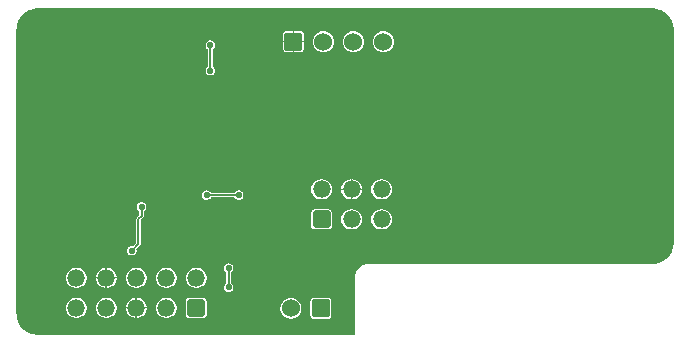
<source format=gbr>
%TF.GenerationSoftware,Altium Limited,Altium Designer,20.1.8 (145)*%
G04 Layer_Physical_Order=4*
G04 Layer_Color=16728128*
%FSLAX45Y45*%
%MOMM*%
%TF.SameCoordinates,F0989897-1A12-473C-90C7-768902EF80F2*%
%TF.FilePolarity,Positive*%
%TF.FileFunction,Copper,L4,Bot,Signal*%
%TF.Part,Single*%
G01*
G75*
%TA.AperFunction,Conductor*%
%ADD26C,0.12700*%
%ADD28C,0.20320*%
%TA.AperFunction,ComponentPad*%
%ADD31C,1.50000*%
G04:AMPARAMS|DCode=32|XSize=1.5mm|YSize=1.45mm|CornerRadius=0.18125mm|HoleSize=0mm|Usage=FLASHONLY|Rotation=180.000|XOffset=0mm|YOffset=0mm|HoleType=Round|Shape=RoundedRectangle|*
%AMROUNDEDRECTD32*
21,1,1.50000,1.08750,0,0,180.0*
21,1,1.13750,1.45000,0,0,180.0*
1,1,0.36250,-0.56875,0.54375*
1,1,0.36250,0.56875,0.54375*
1,1,0.36250,0.56875,-0.54375*
1,1,0.36250,-0.56875,-0.54375*
%
%ADD32ROUNDEDRECTD32*%
%ADD33O,1.50000X1.45000*%
%TA.AperFunction,ViaPad*%
%ADD34C,3.60000*%
%TA.AperFunction,ComponentPad*%
%ADD35C,1.52400*%
G04:AMPARAMS|DCode=36|XSize=1.524mm|YSize=1.524mm|CornerRadius=0.1905mm|HoleSize=0mm|Usage=FLASHONLY|Rotation=180.000|XOffset=0mm|YOffset=0mm|HoleType=Round|Shape=RoundedRectangle|*
%AMROUNDEDRECTD36*
21,1,1.52400,1.14300,0,0,180.0*
21,1,1.14300,1.52400,0,0,180.0*
1,1,0.38100,-0.57150,0.57150*
1,1,0.38100,0.57150,0.57150*
1,1,0.38100,0.57150,-0.57150*
1,1,0.38100,-0.57150,-0.57150*
%
%ADD36ROUNDEDRECTD36*%
%TA.AperFunction,ViaPad*%
%ADD37C,0.56000*%
G36*
X200000Y2782065D02*
X5400001D01*
Y2782065D01*
X5417460Y2781291D01*
X5431639Y2779424D01*
X5447156Y2775984D01*
X5462315Y2771205D01*
X5476999Y2765122D01*
X5491097Y2757783D01*
X5504502Y2749243D01*
X5517112Y2739567D01*
X5528831Y2728829D01*
X5539569Y2717111D01*
X5549244Y2704501D01*
X5557784Y2691096D01*
X5565123Y2676998D01*
X5571206Y2662313D01*
X5575986Y2647155D01*
X5579426Y2631637D01*
X5581500Y2615879D01*
X5582162Y2600724D01*
X5582067Y2600000D01*
Y800000D01*
X5582162Y799276D01*
X5581500Y784121D01*
X5579426Y768363D01*
X5575986Y752845D01*
X5571206Y737686D01*
X5565123Y723002D01*
X5557784Y708903D01*
X5549244Y695498D01*
X5539568Y682888D01*
X5528830Y671170D01*
X5517112Y660432D01*
X5504502Y650756D01*
X5491097Y642216D01*
X5476998Y634877D01*
X5462314Y628794D01*
X5447155Y624015D01*
X5431638Y620575D01*
X5415879Y618500D01*
X5400725Y617838D01*
X5400000Y617934D01*
X3000000Y617934D01*
Y617967D01*
X2986792Y617225D01*
X2982795Y616545D01*
X2973750Y615008D01*
X2961038Y611346D01*
X2948817Y606284D01*
X2937238Y599885D01*
X2926450Y592230D01*
X2916586Y583415D01*
X2907771Y573551D01*
X2900116Y562762D01*
X2893717Y551184D01*
X2888654Y538962D01*
X2884992Y526250D01*
X2883455Y517206D01*
X2882775Y513209D01*
X2882034Y500000D01*
X2882067D01*
Y17933D01*
X200000D01*
X199276Y17838D01*
X184121Y18500D01*
X168363Y20574D01*
X152845Y24014D01*
X137686Y28794D01*
X123002Y34876D01*
X108903Y42216D01*
X95498Y50756D01*
X82888Y60432D01*
X71170Y71170D01*
X60432Y82888D01*
X50756Y95498D01*
X42216Y108903D01*
X34876Y123002D01*
X28794Y137686D01*
X24014Y152845D01*
X20574Y168363D01*
X18500Y184121D01*
X17846Y199100D01*
X17934Y199769D01*
X17933Y2600000D01*
X17838Y2600724D01*
X18500Y2615878D01*
X20574Y2631636D01*
X24014Y2647154D01*
X28794Y2662312D01*
X34876Y2676997D01*
X42216Y2691095D01*
X50756Y2704501D01*
X60432Y2717110D01*
X71170Y2728829D01*
X82888Y2739567D01*
X95498Y2749243D01*
X108903Y2757783D01*
X123002Y2765122D01*
X137686Y2771205D01*
X152845Y2775984D01*
X168363Y2779424D01*
X184121Y2781499D01*
X199276Y2782161D01*
X200000Y2782065D01*
D02*
G37*
%LPC*%
G36*
X2419850Y2589053D02*
X2369050D01*
Y2506350D01*
X2451754D01*
Y2557150D01*
X2451141Y2563374D01*
X2449325Y2569359D01*
X2446377Y2574874D01*
X2442409Y2579709D01*
X2437574Y2583677D01*
X2432059Y2586625D01*
X2426074Y2588441D01*
X2419850Y2589053D01*
D02*
G37*
G36*
X2356350D02*
X2305550D01*
X2299326Y2588441D01*
X2293341Y2586625D01*
X2287825Y2583677D01*
X2282991Y2579709D01*
X2279023Y2574874D01*
X2276075Y2569359D01*
X2274259Y2563374D01*
X2273646Y2557150D01*
Y2506350D01*
X2356350D01*
Y2589053D01*
D02*
G37*
G36*
X2451754Y2493650D02*
X2369050D01*
Y2410946D01*
X2419850D01*
X2426074Y2411559D01*
X2432059Y2413375D01*
X2437574Y2416323D01*
X2442409Y2420291D01*
X2446377Y2425125D01*
X2449325Y2430641D01*
X2451141Y2436626D01*
X2451754Y2442850D01*
Y2493650D01*
D02*
G37*
G36*
X2356350D02*
X2273646D01*
Y2442850D01*
X2274259Y2436626D01*
X2276075Y2430641D01*
X2279023Y2425125D01*
X2282991Y2420291D01*
X2287825Y2416323D01*
X2293341Y2413375D01*
X2299326Y2411559D01*
X2305550Y2410946D01*
X2356350D01*
Y2493650D01*
D02*
G37*
G36*
X3124700Y2589091D02*
X3113071Y2588328D01*
X3101641Y2586055D01*
X3090606Y2582309D01*
X3080154Y2577155D01*
X3070465Y2570680D01*
X3061703Y2562996D01*
X3054020Y2554235D01*
X3047545Y2544545D01*
X3042391Y2534093D01*
X3038645Y2523058D01*
X3036371Y2511628D01*
X3035609Y2500000D01*
X3036371Y2488371D01*
X3038645Y2476941D01*
X3042391Y2465906D01*
X3047545Y2455455D01*
X3054020Y2445765D01*
X3061703Y2437003D01*
X3070465Y2429319D01*
X3080154Y2422845D01*
X3090606Y2417691D01*
X3101641Y2413945D01*
X3113071Y2411671D01*
X3124700Y2410909D01*
X3136328Y2411671D01*
X3147758Y2413945D01*
X3158794Y2417691D01*
X3169245Y2422845D01*
X3178935Y2429319D01*
X3187696Y2437003D01*
X3195380Y2445765D01*
X3201855Y2455455D01*
X3207009Y2465906D01*
X3210755Y2476941D01*
X3213028Y2488371D01*
X3213791Y2500000D01*
X3213028Y2511628D01*
X3210755Y2523058D01*
X3207009Y2534093D01*
X3201855Y2544545D01*
X3195380Y2554235D01*
X3187696Y2562996D01*
X3178935Y2570680D01*
X3169245Y2577155D01*
X3158794Y2582309D01*
X3147758Y2586055D01*
X3136328Y2588328D01*
X3124700Y2589091D01*
D02*
G37*
G36*
X2870700D02*
X2859071Y2588328D01*
X2847641Y2586055D01*
X2836606Y2582309D01*
X2826154Y2577155D01*
X2816465Y2570680D01*
X2807703Y2562996D01*
X2800020Y2554235D01*
X2793545Y2544545D01*
X2788391Y2534093D01*
X2784645Y2523058D01*
X2782371Y2511628D01*
X2781609Y2500000D01*
X2782371Y2488371D01*
X2784645Y2476941D01*
X2788391Y2465906D01*
X2793545Y2455455D01*
X2800020Y2445765D01*
X2807703Y2437003D01*
X2816465Y2429319D01*
X2826154Y2422845D01*
X2836606Y2417691D01*
X2847641Y2413945D01*
X2859071Y2411671D01*
X2870700Y2410909D01*
X2882328Y2411671D01*
X2893758Y2413945D01*
X2904794Y2417691D01*
X2915245Y2422845D01*
X2924935Y2429319D01*
X2933696Y2437003D01*
X2941380Y2445765D01*
X2947855Y2455455D01*
X2953009Y2465906D01*
X2956755Y2476941D01*
X2959028Y2488371D01*
X2959791Y2500000D01*
X2959028Y2511628D01*
X2956755Y2523058D01*
X2953009Y2534093D01*
X2947855Y2544545D01*
X2941380Y2554235D01*
X2933696Y2562996D01*
X2924935Y2570680D01*
X2915245Y2577155D01*
X2904794Y2582309D01*
X2893758Y2586055D01*
X2882328Y2588328D01*
X2870700Y2589091D01*
D02*
G37*
G36*
X2616700D02*
X2605071Y2588328D01*
X2593641Y2586055D01*
X2582606Y2582309D01*
X2572154Y2577155D01*
X2562465Y2570680D01*
X2553703Y2562996D01*
X2546020Y2554235D01*
X2539545Y2544545D01*
X2534391Y2534093D01*
X2530645Y2523058D01*
X2528371Y2511628D01*
X2527609Y2500000D01*
X2528371Y2488371D01*
X2530645Y2476941D01*
X2534391Y2465906D01*
X2539545Y2455455D01*
X2546020Y2445765D01*
X2553703Y2437003D01*
X2562465Y2429319D01*
X2572154Y2422845D01*
X2582606Y2417691D01*
X2593641Y2413945D01*
X2605071Y2411671D01*
X2616700Y2410909D01*
X2628328Y2411671D01*
X2639758Y2413945D01*
X2650794Y2417691D01*
X2661245Y2422845D01*
X2670935Y2429319D01*
X2679696Y2437003D01*
X2687380Y2445765D01*
X2693855Y2455455D01*
X2699009Y2465906D01*
X2702755Y2476941D01*
X2705028Y2488371D01*
X2705791Y2500000D01*
X2705028Y2511628D01*
X2702755Y2523058D01*
X2699009Y2534093D01*
X2693855Y2544545D01*
X2687380Y2554235D01*
X2679696Y2562996D01*
X2670935Y2570680D01*
X2661245Y2577155D01*
X2650794Y2582309D01*
X2639758Y2586055D01*
X2628328Y2588328D01*
X2616700Y2589091D01*
D02*
G37*
G36*
X1660178Y2510841D02*
X1652199Y2510055D01*
X1644528Y2507728D01*
X1637457Y2503948D01*
X1631260Y2498862D01*
X1626174Y2492665D01*
X1622394Y2485594D01*
X1620067Y2477922D01*
X1619281Y2469944D01*
X1620067Y2461965D01*
X1622394Y2454293D01*
X1626174Y2447223D01*
X1631260Y2441025D01*
X1637457Y2435939D01*
X1640964Y2434065D01*
Y2290586D01*
X1637457Y2288712D01*
X1631260Y2283626D01*
X1626174Y2277428D01*
X1622394Y2270358D01*
X1620067Y2262686D01*
X1619281Y2254707D01*
X1620067Y2246729D01*
X1622394Y2239057D01*
X1626174Y2231986D01*
X1631260Y2225789D01*
X1637457Y2220703D01*
X1644528Y2216923D01*
X1652199Y2214596D01*
X1660178Y2213810D01*
X1668157Y2214596D01*
X1675829Y2216923D01*
X1682899Y2220703D01*
X1689096Y2225789D01*
X1694183Y2231986D01*
X1697962Y2239057D01*
X1700289Y2246729D01*
X1701075Y2254707D01*
X1700289Y2262686D01*
X1697962Y2270358D01*
X1694183Y2277428D01*
X1689096Y2283626D01*
X1682899Y2288712D01*
X1679392Y2290586D01*
Y2434065D01*
X1682899Y2435939D01*
X1689096Y2441025D01*
X1694183Y2447223D01*
X1697962Y2454293D01*
X1700289Y2461965D01*
X1701075Y2469944D01*
X1700289Y2477922D01*
X1697962Y2485594D01*
X1694183Y2492665D01*
X1689096Y2498862D01*
X1682899Y2503948D01*
X1675829Y2507728D01*
X1668157Y2510055D01*
X1660178Y2510841D01*
D02*
G37*
G36*
X2861310Y1334810D02*
Y1256030D01*
X2942426D01*
X2942112Y1260825D01*
X2939933Y1271779D01*
X2936343Y1282354D01*
X2931404Y1292371D01*
X2925199Y1301658D01*
X2917835Y1310055D01*
X2909438Y1317418D01*
X2900151Y1323623D01*
X2890134Y1328563D01*
X2879559Y1332153D01*
X2868605Y1334332D01*
X2861310Y1334810D01*
D02*
G37*
G36*
X2848610D02*
X2841315Y1334332D01*
X2830361Y1332153D01*
X2819786Y1328563D01*
X2809769Y1323623D01*
X2800482Y1317418D01*
X2792085Y1310055D01*
X2784721Y1301658D01*
X2778516Y1292371D01*
X2773577Y1282354D01*
X2769987Y1271779D01*
X2767808Y1260825D01*
X2767494Y1256030D01*
X2848610D01*
Y1334810D01*
D02*
G37*
G36*
X1898690Y1241323D02*
X1890711Y1240537D01*
X1883039Y1238210D01*
X1875969Y1234430D01*
X1869771Y1229344D01*
X1864685Y1223147D01*
X1862811Y1219640D01*
X1663064D01*
X1661190Y1223147D01*
X1656104Y1229344D01*
X1649907Y1234430D01*
X1642836Y1238210D01*
X1635164Y1240537D01*
X1627186Y1241323D01*
X1619207Y1240537D01*
X1611535Y1238210D01*
X1604465Y1234430D01*
X1598267Y1229344D01*
X1593181Y1223147D01*
X1589402Y1216076D01*
X1587075Y1208404D01*
X1586289Y1200426D01*
X1587075Y1192447D01*
X1589402Y1184775D01*
X1593181Y1177705D01*
X1598267Y1171507D01*
X1604465Y1166421D01*
X1611535Y1162642D01*
X1619207Y1160315D01*
X1627186Y1159529D01*
X1635164Y1160315D01*
X1642836Y1162642D01*
X1649907Y1166421D01*
X1656104Y1171507D01*
X1661190Y1177705D01*
X1663064Y1181212D01*
X1862811D01*
X1864685Y1177705D01*
X1869771Y1171507D01*
X1875969Y1166421D01*
X1883039Y1162642D01*
X1890711Y1160315D01*
X1898690Y1159529D01*
X1906668Y1160315D01*
X1914340Y1162642D01*
X1921411Y1166421D01*
X1927608Y1171507D01*
X1932694Y1177705D01*
X1936473Y1184775D01*
X1938801Y1192447D01*
X1939586Y1200426D01*
X1938801Y1208404D01*
X1936473Y1216076D01*
X1932694Y1223147D01*
X1927608Y1229344D01*
X1921411Y1234430D01*
X1914340Y1238210D01*
X1906668Y1240537D01*
X1898690Y1241323D01*
D02*
G37*
G36*
X2942426Y1243330D02*
X2861310D01*
Y1164549D01*
X2868605Y1165027D01*
X2879559Y1167206D01*
X2890134Y1170796D01*
X2900151Y1175736D01*
X2909438Y1181941D01*
X2917835Y1189305D01*
X2925199Y1197702D01*
X2931404Y1206988D01*
X2936343Y1217005D01*
X2939933Y1227581D01*
X2942112Y1238535D01*
X2942426Y1243330D01*
D02*
G37*
G36*
X2848610D02*
X2767494D01*
X2767808Y1238535D01*
X2769987Y1227581D01*
X2773577Y1217005D01*
X2778516Y1206988D01*
X2784721Y1197702D01*
X2792085Y1189305D01*
X2800482Y1181941D01*
X2809769Y1175736D01*
X2819786Y1170796D01*
X2830361Y1167206D01*
X2841315Y1165027D01*
X2848610Y1164549D01*
Y1243330D01*
D02*
G37*
G36*
X3111460Y1335063D02*
X3106460D01*
X3095315Y1334332D01*
X3084361Y1332154D01*
X3073786Y1328564D01*
X3063769Y1323624D01*
X3054482Y1317419D01*
X3046085Y1310055D01*
X3038721Y1301658D01*
X3032516Y1292371D01*
X3027577Y1282355D01*
X3023987Y1271779D01*
X3021808Y1260825D01*
X3021077Y1249680D01*
X3021808Y1238535D01*
X3023987Y1227581D01*
X3027577Y1217005D01*
X3032516Y1206989D01*
X3038721Y1197702D01*
X3046085Y1189305D01*
X3054482Y1181941D01*
X3063769Y1175736D01*
X3073786Y1170796D01*
X3084361Y1167206D01*
X3095315Y1165028D01*
X3106460Y1164297D01*
X3111460D01*
X3122605Y1165028D01*
X3133559Y1167206D01*
X3144134Y1170796D01*
X3154151Y1175736D01*
X3163438Y1181941D01*
X3171835Y1189305D01*
X3179199Y1197702D01*
X3185404Y1206989D01*
X3190343Y1217005D01*
X3193933Y1227581D01*
X3196112Y1238535D01*
X3196843Y1249680D01*
X3196112Y1260825D01*
X3193933Y1271779D01*
X3190343Y1282355D01*
X3185404Y1292371D01*
X3179199Y1301658D01*
X3171835Y1310055D01*
X3163438Y1317419D01*
X3154151Y1323624D01*
X3144134Y1328564D01*
X3133559Y1332154D01*
X3122605Y1334332D01*
X3111460Y1335063D01*
D02*
G37*
G36*
X2603460D02*
X2598460D01*
X2587315Y1334332D01*
X2576361Y1332154D01*
X2565786Y1328564D01*
X2555769Y1323624D01*
X2546482Y1317419D01*
X2538085Y1310055D01*
X2530721Y1301658D01*
X2524516Y1292371D01*
X2519577Y1282355D01*
X2515987Y1271779D01*
X2513808Y1260825D01*
X2513077Y1249680D01*
X2513808Y1238535D01*
X2515987Y1227581D01*
X2519577Y1217005D01*
X2524516Y1206989D01*
X2530721Y1197702D01*
X2538085Y1189305D01*
X2546482Y1181941D01*
X2555769Y1175736D01*
X2565786Y1170796D01*
X2576361Y1167206D01*
X2587315Y1165028D01*
X2598460Y1164297D01*
X2603460D01*
X2614605Y1165028D01*
X2625559Y1167206D01*
X2636134Y1170796D01*
X2646151Y1175736D01*
X2655438Y1181941D01*
X2663835Y1189305D01*
X2671199Y1197702D01*
X2677404Y1206989D01*
X2682343Y1217005D01*
X2685933Y1227581D01*
X2688112Y1238535D01*
X2688843Y1249680D01*
X2688112Y1260825D01*
X2685933Y1271779D01*
X2682343Y1282355D01*
X2677404Y1292371D01*
X2671199Y1301658D01*
X2663835Y1310055D01*
X2655438Y1317419D01*
X2646151Y1323624D01*
X2636134Y1328564D01*
X2625559Y1332154D01*
X2614605Y1334332D01*
X2603460Y1335063D01*
D02*
G37*
G36*
X2657835Y1081029D02*
X2544085D01*
X2538042Y1080434D01*
X2532232Y1078671D01*
X2526877Y1075809D01*
X2522183Y1071957D01*
X2518331Y1067263D01*
X2515469Y1061908D01*
X2513706Y1056098D01*
X2513111Y1050055D01*
Y941305D01*
X2513706Y935262D01*
X2515469Y929452D01*
X2518331Y924097D01*
X2522183Y919403D01*
X2526877Y915551D01*
X2532232Y912689D01*
X2538042Y910926D01*
X2544085Y910331D01*
X2657835D01*
X2663878Y910926D01*
X2669688Y912689D01*
X2675043Y915551D01*
X2679737Y919403D01*
X2683589Y924097D01*
X2686451Y929452D01*
X2688214Y935262D01*
X2688809Y941305D01*
Y1050055D01*
X2688214Y1056098D01*
X2686451Y1061908D01*
X2683589Y1067263D01*
X2679737Y1071957D01*
X2675043Y1075809D01*
X2669688Y1078671D01*
X2663878Y1080434D01*
X2657835Y1081029D01*
D02*
G37*
G36*
X2857460Y1081063D02*
X2852460D01*
X2841315Y1080333D01*
X2830361Y1078154D01*
X2819786Y1074564D01*
X2809769Y1069624D01*
X2800482Y1063419D01*
X2792085Y1056055D01*
X2784721Y1047658D01*
X2778516Y1038372D01*
X2773577Y1028355D01*
X2769987Y1017779D01*
X2767808Y1006825D01*
X2767077Y995680D01*
X2767808Y984535D01*
X2769987Y973581D01*
X2773577Y963006D01*
X2778516Y952989D01*
X2784721Y943702D01*
X2792085Y935305D01*
X2800482Y927942D01*
X2809769Y921737D01*
X2819786Y916797D01*
X2830361Y913207D01*
X2841315Y911028D01*
X2852460Y910297D01*
X2857460D01*
X2868605Y911028D01*
X2879559Y913207D01*
X2890134Y916797D01*
X2900151Y921737D01*
X2909438Y927942D01*
X2917835Y935305D01*
X2925199Y943702D01*
X2931404Y952989D01*
X2936343Y963006D01*
X2939933Y973581D01*
X2942112Y984535D01*
X2942843Y995680D01*
X2942112Y1006825D01*
X2939933Y1017779D01*
X2936343Y1028355D01*
X2931404Y1038372D01*
X2925199Y1047658D01*
X2917835Y1056055D01*
X2909438Y1063419D01*
X2900151Y1069624D01*
X2890134Y1074564D01*
X2879559Y1078154D01*
X2868605Y1080333D01*
X2857460Y1081063D01*
D02*
G37*
G36*
X3111460Y1081063D02*
X3106460D01*
X3095315Y1080332D01*
X3084361Y1078154D01*
X3073786Y1074564D01*
X3063769Y1069624D01*
X3054482Y1063419D01*
X3046085Y1056055D01*
X3038721Y1047658D01*
X3032516Y1038371D01*
X3027577Y1028355D01*
X3023987Y1017779D01*
X3021808Y1006825D01*
X3021077Y995680D01*
X3021808Y984535D01*
X3023987Y973581D01*
X3027577Y963005D01*
X3032516Y952989D01*
X3038721Y943702D01*
X3046085Y935305D01*
X3054482Y927941D01*
X3063769Y921736D01*
X3073786Y916796D01*
X3084361Y913206D01*
X3095315Y911028D01*
X3106460Y910297D01*
X3111460D01*
X3122605Y911028D01*
X3133559Y913206D01*
X3144134Y916796D01*
X3154151Y921736D01*
X3163438Y927941D01*
X3171835Y935305D01*
X3179199Y943702D01*
X3185404Y952989D01*
X3190343Y963005D01*
X3193933Y973581D01*
X3196112Y984535D01*
X3196843Y995680D01*
X3196112Y1006825D01*
X3193933Y1017779D01*
X3190343Y1028355D01*
X3185404Y1038371D01*
X3179199Y1047658D01*
X3171835Y1056055D01*
X3163438Y1063419D01*
X3154151Y1069624D01*
X3144134Y1074564D01*
X3133559Y1078154D01*
X3122605Y1080332D01*
X3111460Y1081063D01*
D02*
G37*
G36*
X1076700Y1144143D02*
X1068721Y1143357D01*
X1061049Y1141030D01*
X1053979Y1137250D01*
X1047781Y1132164D01*
X1042695Y1125967D01*
X1038916Y1118896D01*
X1036589Y1111225D01*
X1035803Y1103246D01*
X1036589Y1095267D01*
X1038916Y1087595D01*
X1042695Y1080525D01*
X1047781Y1074328D01*
X1053979Y1069241D01*
X1057486Y1067367D01*
Y1030910D01*
X1037543Y1010967D01*
X1034490Y1006988D01*
X1032570Y1002354D01*
X1031915Y997381D01*
X1031916Y997379D01*
Y794941D01*
X1006786Y769811D01*
X1002981Y770965D01*
X995003Y771751D01*
X987024Y770965D01*
X979352Y768638D01*
X972282Y764859D01*
X966084Y759773D01*
X960998Y753576D01*
X957219Y746505D01*
X954892Y738833D01*
X954106Y730855D01*
X954892Y722876D01*
X957219Y715204D01*
X960998Y708133D01*
X966084Y701936D01*
X972282Y696850D01*
X979352Y693071D01*
X987024Y690744D01*
X995003Y689958D01*
X1002981Y690744D01*
X1010653Y693071D01*
X1017724Y696850D01*
X1023921Y701936D01*
X1029007Y708133D01*
X1032786Y715204D01*
X1035113Y722876D01*
X1035899Y730855D01*
X1035113Y738833D01*
X1033959Y742638D01*
X1064716Y773394D01*
X1064717Y773395D01*
X1067770Y777375D01*
X1069690Y782009D01*
X1070344Y786982D01*
Y989422D01*
X1090286Y1009363D01*
X1090287Y1009364D01*
X1093340Y1013343D01*
X1095259Y1017978D01*
X1095914Y1022951D01*
Y1067367D01*
X1099421Y1069241D01*
X1105618Y1074328D01*
X1110704Y1080525D01*
X1114484Y1087595D01*
X1116811Y1095267D01*
X1117597Y1103246D01*
X1116811Y1111225D01*
X1114484Y1118896D01*
X1110704Y1125967D01*
X1105618Y1132164D01*
X1099421Y1137250D01*
X1092350Y1141030D01*
X1084679Y1143357D01*
X1076700Y1144143D01*
D02*
G37*
G36*
X784354Y586590D02*
Y507810D01*
X865471D01*
X865157Y512605D01*
X862978Y523559D01*
X859388Y534135D01*
X854448Y544151D01*
X848243Y553438D01*
X840879Y561835D01*
X832482Y569199D01*
X823196Y575404D01*
X813179Y580344D01*
X802603Y583934D01*
X791649Y586112D01*
X784354Y586590D01*
D02*
G37*
G36*
X771654D02*
X764360Y586112D01*
X753406Y583934D01*
X742830Y580344D01*
X732813Y575404D01*
X723527Y569199D01*
X715130Y561835D01*
X707766Y553438D01*
X701561Y544151D01*
X696621Y534135D01*
X693031Y523559D01*
X690852Y512605D01*
X690538Y507810D01*
X771654D01*
Y586590D01*
D02*
G37*
G36*
X865471Y495110D02*
X784354D01*
Y416330D01*
X791649Y416808D01*
X802603Y418986D01*
X813179Y422576D01*
X823196Y427516D01*
X832482Y433721D01*
X840879Y441085D01*
X848243Y449482D01*
X854448Y458769D01*
X859388Y468785D01*
X862978Y479361D01*
X865157Y490315D01*
X865471Y495110D01*
D02*
G37*
G36*
X771654D02*
X690538D01*
X690852Y490315D01*
X693031Y479361D01*
X696621Y468785D01*
X701561Y458769D01*
X707766Y449482D01*
X715130Y441085D01*
X723527Y433721D01*
X732813Y427516D01*
X742830Y422576D01*
X753406Y418986D01*
X764360Y416808D01*
X771654Y416330D01*
Y495110D01*
D02*
G37*
G36*
X1542504Y586843D02*
X1537504D01*
X1526360Y586112D01*
X1515406Y583934D01*
X1504830Y580344D01*
X1494813Y575404D01*
X1485527Y569199D01*
X1477130Y561835D01*
X1469766Y553438D01*
X1463561Y544151D01*
X1458621Y534135D01*
X1455031Y523559D01*
X1452852Y512605D01*
X1452122Y501460D01*
X1452852Y490315D01*
X1455031Y479361D01*
X1458621Y468785D01*
X1463561Y458769D01*
X1469766Y449482D01*
X1477130Y441085D01*
X1485527Y433721D01*
X1494813Y427516D01*
X1504830Y422576D01*
X1515406Y418986D01*
X1526360Y416808D01*
X1537504Y416077D01*
X1542504D01*
X1553649Y416808D01*
X1564603Y418986D01*
X1575179Y422576D01*
X1585196Y427516D01*
X1594482Y433721D01*
X1602879Y441085D01*
X1610243Y449482D01*
X1616448Y458769D01*
X1621388Y468785D01*
X1624978Y479361D01*
X1627157Y490315D01*
X1627887Y501460D01*
X1627157Y512605D01*
X1624978Y523559D01*
X1621388Y534135D01*
X1616448Y544151D01*
X1610243Y553438D01*
X1602879Y561835D01*
X1594482Y569199D01*
X1585196Y575404D01*
X1575179Y580344D01*
X1564603Y583934D01*
X1553649Y586112D01*
X1542504Y586843D01*
D02*
G37*
G36*
X1288504D02*
X1283504D01*
X1272360Y586112D01*
X1261406Y583934D01*
X1250830Y580344D01*
X1240813Y575404D01*
X1231527Y569199D01*
X1223130Y561835D01*
X1215766Y553438D01*
X1209561Y544151D01*
X1204621Y534135D01*
X1201031Y523559D01*
X1198852Y512605D01*
X1198122Y501460D01*
X1198852Y490315D01*
X1201031Y479361D01*
X1204621Y468785D01*
X1209561Y458769D01*
X1215766Y449482D01*
X1223130Y441085D01*
X1231527Y433721D01*
X1240813Y427516D01*
X1250830Y422576D01*
X1261406Y418986D01*
X1272360Y416808D01*
X1283504Y416077D01*
X1288504D01*
X1299649Y416808D01*
X1310603Y418986D01*
X1321179Y422576D01*
X1331196Y427516D01*
X1340482Y433721D01*
X1348879Y441085D01*
X1356243Y449482D01*
X1362448Y458769D01*
X1367388Y468785D01*
X1370978Y479361D01*
X1373157Y490315D01*
X1373887Y501460D01*
X1373157Y512605D01*
X1370978Y523559D01*
X1367388Y534135D01*
X1362448Y544151D01*
X1356243Y553438D01*
X1348879Y561835D01*
X1340482Y569199D01*
X1331196Y575404D01*
X1321179Y580344D01*
X1310603Y583934D01*
X1299649Y586112D01*
X1288504Y586843D01*
D02*
G37*
G36*
X1034504D02*
X1029504D01*
X1018360Y586112D01*
X1007406Y583934D01*
X996830Y580344D01*
X986813Y575404D01*
X977527Y569199D01*
X969130Y561835D01*
X961766Y553438D01*
X955561Y544151D01*
X950621Y534135D01*
X947031Y523559D01*
X944852Y512605D01*
X944122Y501460D01*
X944852Y490315D01*
X947031Y479361D01*
X950621Y468785D01*
X955561Y458769D01*
X961766Y449482D01*
X969130Y441085D01*
X977527Y433721D01*
X986813Y427516D01*
X996830Y422576D01*
X1007406Y418986D01*
X1018360Y416808D01*
X1029504Y416077D01*
X1034504D01*
X1045649Y416808D01*
X1056603Y418986D01*
X1067179Y422576D01*
X1077196Y427516D01*
X1086482Y433721D01*
X1094879Y441085D01*
X1102243Y449482D01*
X1108448Y458769D01*
X1113388Y468785D01*
X1116978Y479361D01*
X1119157Y490315D01*
X1119887Y501460D01*
X1119157Y512605D01*
X1116978Y523559D01*
X1113388Y534135D01*
X1108448Y544151D01*
X1102243Y553438D01*
X1094879Y561835D01*
X1086482Y569199D01*
X1077196Y575404D01*
X1067179Y580344D01*
X1056603Y583934D01*
X1045649Y586112D01*
X1034504Y586843D01*
D02*
G37*
G36*
X526504D02*
X521504D01*
X510360Y586112D01*
X499406Y583934D01*
X488830Y580344D01*
X478813Y575404D01*
X469527Y569199D01*
X461130Y561835D01*
X453766Y553438D01*
X447561Y544151D01*
X442621Y534135D01*
X439031Y523559D01*
X436852Y512605D01*
X436122Y501460D01*
X436852Y490315D01*
X439031Y479361D01*
X442621Y468785D01*
X447561Y458769D01*
X453766Y449482D01*
X461130Y441085D01*
X469527Y433721D01*
X478813Y427516D01*
X488830Y422576D01*
X499406Y418986D01*
X510360Y416808D01*
X521504Y416077D01*
X526504D01*
X537649Y416808D01*
X548603Y418986D01*
X559179Y422576D01*
X569196Y427516D01*
X578482Y433721D01*
X586879Y441085D01*
X594243Y449482D01*
X600448Y458769D01*
X605388Y468785D01*
X608978Y479361D01*
X611157Y490315D01*
X611887Y501460D01*
X611157Y512605D01*
X608978Y523559D01*
X605388Y534135D01*
X600448Y544151D01*
X594243Y553438D01*
X586879Y561835D01*
X578482Y569199D01*
X569196Y575404D01*
X559179Y580344D01*
X548603Y583934D01*
X537649Y586112D01*
X526504Y586843D01*
D02*
G37*
G36*
X1813479Y624547D02*
X1805500Y623761D01*
X1797828Y621434D01*
X1790758Y617655D01*
X1784560Y612568D01*
X1779474Y606371D01*
X1775695Y599301D01*
X1773368Y591629D01*
X1772582Y583650D01*
X1773368Y575671D01*
X1775695Y568000D01*
X1779474Y560929D01*
X1784560Y554732D01*
X1790421Y549922D01*
Y453274D01*
X1784560Y448464D01*
X1779474Y442266D01*
X1775695Y435196D01*
X1773368Y427524D01*
X1772582Y419545D01*
X1773368Y411567D01*
X1775695Y403895D01*
X1779474Y396824D01*
X1784560Y390627D01*
X1790758Y385541D01*
X1797828Y381761D01*
X1805500Y379434D01*
X1813479Y378648D01*
X1821457Y379434D01*
X1829129Y381761D01*
X1836200Y385541D01*
X1842397Y390627D01*
X1847483Y396824D01*
X1851262Y403895D01*
X1853590Y411567D01*
X1854376Y419545D01*
X1853590Y427524D01*
X1851262Y435196D01*
X1847483Y442266D01*
X1842397Y448464D01*
X1836536Y453274D01*
Y549922D01*
X1842397Y554732D01*
X1847483Y560929D01*
X1851262Y568000D01*
X1853590Y575671D01*
X1854376Y583650D01*
X1853590Y591629D01*
X1851262Y599301D01*
X1847483Y606371D01*
X1842397Y612568D01*
X1836200Y617655D01*
X1829129Y621434D01*
X1821457Y623761D01*
X1813479Y624547D01*
D02*
G37*
G36*
X1038354Y332590D02*
Y253810D01*
X1119471D01*
X1119157Y258605D01*
X1116978Y269559D01*
X1113388Y280135D01*
X1108448Y290151D01*
X1102243Y299438D01*
X1094879Y307835D01*
X1086482Y315199D01*
X1077196Y321404D01*
X1067179Y326344D01*
X1056603Y329934D01*
X1045649Y332112D01*
X1038354Y332590D01*
D02*
G37*
G36*
X1025654D02*
X1018360Y332112D01*
X1007406Y329934D01*
X996830Y326344D01*
X986813Y321404D01*
X977527Y315199D01*
X969130Y307835D01*
X961766Y299438D01*
X955561Y290151D01*
X950621Y280135D01*
X947031Y269559D01*
X944852Y258605D01*
X944538Y253810D01*
X1025654D01*
Y332590D01*
D02*
G37*
G36*
X1119471Y241110D02*
X1038354D01*
Y162330D01*
X1045649Y162808D01*
X1056603Y164986D01*
X1067179Y168576D01*
X1077196Y173516D01*
X1086482Y179721D01*
X1094879Y187085D01*
X1102243Y195482D01*
X1108448Y204769D01*
X1113388Y214785D01*
X1116978Y225361D01*
X1119157Y236315D01*
X1119471Y241110D01*
D02*
G37*
G36*
X1025654D02*
X944538D01*
X944852Y236315D01*
X947031Y225361D01*
X950621Y214785D01*
X955561Y204769D01*
X961766Y195482D01*
X969130Y187085D01*
X977527Y179721D01*
X986813Y173516D01*
X996830Y168576D01*
X1007406Y164986D01*
X1018360Y162808D01*
X1025654Y162330D01*
Y241110D01*
D02*
G37*
G36*
X1596879Y332809D02*
X1483129D01*
X1477087Y332214D01*
X1471276Y330451D01*
X1465921Y327589D01*
X1461227Y323737D01*
X1457375Y319043D01*
X1454513Y313688D01*
X1452750Y307878D01*
X1452155Y301835D01*
Y193085D01*
X1452750Y187042D01*
X1454513Y181232D01*
X1457375Y175877D01*
X1461227Y171183D01*
X1465921Y167331D01*
X1471276Y164469D01*
X1477087Y162706D01*
X1483129Y162111D01*
X1596879D01*
X1602922Y162706D01*
X1608732Y164469D01*
X1614087Y167331D01*
X1618781Y171183D01*
X1622633Y175877D01*
X1625495Y181232D01*
X1627258Y187042D01*
X1627853Y193085D01*
Y301835D01*
X1627258Y307878D01*
X1625495Y313688D01*
X1622633Y319043D01*
X1618781Y323737D01*
X1614087Y327589D01*
X1608732Y330451D01*
X1602922Y332214D01*
X1596879Y332809D01*
D02*
G37*
G36*
X1288504Y332843D02*
X1283504D01*
X1272360Y332112D01*
X1261406Y329934D01*
X1250830Y326344D01*
X1240813Y321404D01*
X1231527Y315199D01*
X1223130Y307835D01*
X1215766Y299438D01*
X1209561Y290151D01*
X1204621Y280135D01*
X1201031Y269559D01*
X1198852Y258605D01*
X1198122Y247460D01*
X1198852Y236315D01*
X1201031Y225361D01*
X1204621Y214785D01*
X1209561Y204769D01*
X1215766Y195482D01*
X1223130Y187085D01*
X1231527Y179721D01*
X1240813Y173516D01*
X1250830Y168576D01*
X1261406Y164986D01*
X1272360Y162808D01*
X1283504Y162077D01*
X1288504D01*
X1299649Y162808D01*
X1310603Y164986D01*
X1321179Y168576D01*
X1331196Y173516D01*
X1340482Y179721D01*
X1348879Y187085D01*
X1356243Y195482D01*
X1362448Y204769D01*
X1367388Y214785D01*
X1370978Y225361D01*
X1373157Y236315D01*
X1373887Y247460D01*
X1373157Y258605D01*
X1370978Y269559D01*
X1367388Y280135D01*
X1362448Y290151D01*
X1356243Y299438D01*
X1348879Y307835D01*
X1340482Y315199D01*
X1331196Y321404D01*
X1321179Y326344D01*
X1310603Y329934D01*
X1299649Y332112D01*
X1288504Y332843D01*
D02*
G37*
G36*
X780504D02*
X775504D01*
X764360Y332112D01*
X753406Y329934D01*
X742830Y326344D01*
X732813Y321404D01*
X723527Y315199D01*
X715130Y307835D01*
X707766Y299438D01*
X701561Y290151D01*
X696621Y280135D01*
X693031Y269559D01*
X690852Y258605D01*
X690122Y247460D01*
X690852Y236315D01*
X693031Y225361D01*
X696621Y214785D01*
X701561Y204769D01*
X707766Y195482D01*
X715130Y187085D01*
X723527Y179721D01*
X732813Y173516D01*
X742830Y168576D01*
X753406Y164986D01*
X764360Y162808D01*
X775504Y162077D01*
X780504D01*
X791649Y162808D01*
X802603Y164986D01*
X813179Y168576D01*
X823196Y173516D01*
X832482Y179721D01*
X840879Y187085D01*
X848243Y195482D01*
X854448Y204769D01*
X859388Y214785D01*
X862978Y225361D01*
X865157Y236315D01*
X865887Y247460D01*
X865157Y258605D01*
X862978Y269559D01*
X859388Y280135D01*
X854448Y290151D01*
X848243Y299438D01*
X840879Y307835D01*
X832482Y315199D01*
X823196Y321404D01*
X813179Y326344D01*
X802603Y329934D01*
X791649Y332112D01*
X780504Y332843D01*
D02*
G37*
G36*
X526504D02*
X521504D01*
X510360Y332112D01*
X499406Y329934D01*
X488830Y326344D01*
X478813Y321404D01*
X469527Y315199D01*
X461130Y307835D01*
X453766Y299438D01*
X447561Y290151D01*
X442621Y280135D01*
X439031Y269559D01*
X436852Y258605D01*
X436122Y247460D01*
X436852Y236315D01*
X439031Y225361D01*
X442621Y214785D01*
X447561Y204769D01*
X453766Y195482D01*
X461130Y187085D01*
X469527Y179721D01*
X478813Y173516D01*
X488830Y168576D01*
X499406Y164986D01*
X510360Y162808D01*
X521504Y162077D01*
X526504D01*
X537649Y162808D01*
X548603Y164986D01*
X559179Y168576D01*
X569196Y173516D01*
X578482Y179721D01*
X586879Y187085D01*
X594243Y195482D01*
X600448Y204769D01*
X605388Y214785D01*
X608978Y225361D01*
X611157Y236315D01*
X611887Y247460D01*
X611157Y258605D01*
X608978Y269559D01*
X605388Y280135D01*
X600448Y290151D01*
X594243Y299438D01*
X586879Y307835D01*
X578482Y315199D01*
X569196Y321404D01*
X559179Y326344D01*
X548603Y329934D01*
X537649Y332112D01*
X526504Y332843D01*
D02*
G37*
G36*
X2653030Y331624D02*
X2538730D01*
X2532506Y331011D01*
X2526521Y329195D01*
X2521006Y326247D01*
X2516171Y322279D01*
X2512203Y317445D01*
X2509255Y311929D01*
X2507439Y305944D01*
X2506827Y299720D01*
Y185420D01*
X2507439Y179196D01*
X2509255Y173211D01*
X2512203Y167695D01*
X2516171Y162861D01*
X2521006Y158893D01*
X2526521Y155945D01*
X2532506Y154129D01*
X2538730Y153516D01*
X2653030D01*
X2659254Y154129D01*
X2665239Y155945D01*
X2670755Y158893D01*
X2675590Y162861D01*
X2679557Y167695D01*
X2682505Y173211D01*
X2684321Y179196D01*
X2684934Y185420D01*
Y299720D01*
X2684321Y305944D01*
X2682505Y311929D01*
X2679557Y317445D01*
X2675590Y322279D01*
X2670755Y326247D01*
X2665239Y329195D01*
X2659254Y331011D01*
X2653030Y331624D01*
D02*
G37*
G36*
X2341880Y331661D02*
X2330252Y330898D01*
X2318822Y328625D01*
X2307787Y324879D01*
X2297335Y319725D01*
X2287645Y313250D01*
X2278884Y305567D01*
X2271200Y296805D01*
X2264725Y287116D01*
X2259571Y276664D01*
X2255825Y265628D01*
X2253552Y254199D01*
X2252789Y242570D01*
X2253552Y230941D01*
X2255825Y219512D01*
X2259571Y208476D01*
X2264725Y198024D01*
X2271200Y188335D01*
X2278884Y179573D01*
X2287645Y171890D01*
X2297335Y165415D01*
X2307787Y160261D01*
X2318822Y156515D01*
X2330252Y154241D01*
X2341880Y153479D01*
X2353509Y154241D01*
X2364939Y156515D01*
X2375974Y160261D01*
X2386426Y165415D01*
X2396115Y171890D01*
X2404877Y179573D01*
X2412561Y188335D01*
X2419035Y198024D01*
X2424189Y208476D01*
X2427935Y219512D01*
X2430209Y230941D01*
X2430971Y242570D01*
X2430209Y254199D01*
X2427935Y265628D01*
X2424189Y276664D01*
X2419035Y287116D01*
X2412561Y296805D01*
X2404877Y305567D01*
X2396115Y313250D01*
X2386426Y319725D01*
X2375974Y324879D01*
X2364939Y328625D01*
X2353509Y330898D01*
X2341880Y331661D01*
D02*
G37*
%LPD*%
D26*
X995003Y730855D02*
X1051130Y786982D01*
Y997381D02*
X1076700Y1022951D01*
X1051130Y786982D02*
Y997381D01*
X1076700Y1022951D02*
Y1103246D01*
X1627186Y1200426D02*
X1898690D01*
X1660178Y2254707D02*
Y2469944D01*
D28*
X1813479Y419545D02*
Y583650D01*
D31*
X1905099Y2603500D02*
D03*
X1651099D02*
D03*
X190500Y1968500D02*
D03*
X2139895Y2603500D02*
D03*
X190500Y2222500D02*
D03*
D32*
X1540004Y247460D02*
D03*
X2600960Y995680D02*
D03*
D33*
X1286004Y247460D02*
D03*
X1032004D02*
D03*
X778004D02*
D03*
X524004D02*
D03*
Y501460D02*
D03*
X778004D02*
D03*
X1032004D02*
D03*
X1286004D02*
D03*
X1540004D02*
D03*
X2854960Y995680D02*
D03*
X3108960Y995680D02*
D03*
Y1249680D02*
D03*
X2854960Y1249680D02*
D03*
X2600960Y1249680D02*
D03*
D34*
X2700000Y1700000D02*
D03*
X200000Y800000D02*
D03*
Y2600000D02*
D03*
X5400000D02*
D03*
Y800000D02*
D03*
D35*
X2341880Y242570D02*
D03*
X3124700Y2500000D02*
D03*
X2870700D02*
D03*
X2616700D02*
D03*
D36*
X2595880Y242570D02*
D03*
X2362700Y2500000D02*
D03*
D37*
X1303859Y1762422D02*
D03*
X950230Y1693835D02*
D03*
X1362307Y1837050D02*
D03*
X3053117Y2183190D02*
D03*
X1458572Y45780D02*
D03*
X2437980Y638660D02*
D03*
Y559020D02*
D03*
X2562860D02*
D03*
Y638660D02*
D03*
X2437980Y717144D02*
D03*
X2562860D02*
D03*
X2500880Y559020D02*
D03*
Y717144D02*
D03*
X1813479Y419545D02*
D03*
X344063Y1039480D02*
D03*
X567030Y1747452D02*
D03*
X661130Y1736799D02*
D03*
X791130Y709136D02*
D03*
X761511Y1562913D02*
D03*
X378125Y326800D02*
D03*
X471761Y702019D02*
D03*
X2437687Y2145379D02*
D03*
X2290275Y1648850D02*
D03*
X2276395Y1742950D02*
D03*
X3189533Y913712D02*
D03*
X3646621Y1218880D02*
D03*
X3218260Y1486521D02*
D03*
X3369960Y1577285D02*
D03*
X1483605Y754300D02*
D03*
X2409304Y1157359D02*
D03*
X2285260Y1388745D02*
D03*
X2372648Y1471295D02*
D03*
X2285029Y1554567D02*
D03*
X1898690Y1200426D02*
D03*
X785695Y1954605D02*
D03*
X267768Y1526652D02*
D03*
X1813479Y583650D02*
D03*
X1373504Y1677927D02*
D03*
X2838985Y883285D02*
D03*
X2839244Y747500D02*
D03*
X2060203Y810801D02*
D03*
X1894560Y1087556D02*
D03*
X2060440D02*
D03*
X1895193Y810166D02*
D03*
X1866880Y1139534D02*
D03*
X2040425Y301438D02*
D03*
X1955124Y218440D02*
D03*
X1977381Y315854D02*
D03*
X3695521Y747500D02*
D03*
X2696548Y892643D02*
D03*
X2511024Y1098711D02*
D03*
X2651966Y790923D02*
D03*
X1874619Y552320D02*
D03*
X1874759Y450600D02*
D03*
X1752139D02*
D03*
Y552320D02*
D03*
X504190Y886283D02*
D03*
X1042053Y680546D02*
D03*
X1502480Y1258159D02*
D03*
X3333216Y2104509D02*
D03*
X3787856Y2629609D02*
D03*
X3881956Y2328848D02*
D03*
X3239506Y2283967D02*
D03*
X380965Y1207662D02*
D03*
X860569Y1252838D02*
D03*
X844364Y1158738D02*
D03*
X858605Y1064638D02*
D03*
X903880Y1342604D02*
D03*
X995003Y730855D02*
D03*
X2957262Y2247099D02*
D03*
X1660178Y2469944D02*
D03*
Y2254707D02*
D03*
X3423158Y2467619D02*
D03*
X1128020Y599790D02*
D03*
X1130730Y766567D02*
D03*
X334470Y45780D02*
D03*
X483340Y1207785D02*
D03*
X5325120Y1549209D02*
D03*
X5150758Y981390D02*
D03*
X4879207Y1148689D02*
D03*
X4862680Y2595880D02*
D03*
X4857316Y2472497D02*
D03*
X3644616Y2104509D02*
D03*
X3647156Y832213D02*
D03*
X3028386Y913712D02*
D03*
X3336010Y819612D02*
D03*
X5325120Y1432330D02*
D03*
Y1302330D02*
D03*
X5163509Y1372719D02*
D03*
X4770719Y1230359D02*
D03*
X5186716Y2101970D02*
D03*
X5186708Y2220359D02*
D03*
X4865496Y2122019D02*
D03*
X1630897Y1937950D02*
D03*
X1419146Y1566000D02*
D03*
X1094960Y1563918D02*
D03*
X1015626Y1617662D02*
D03*
X1412101Y1920333D02*
D03*
X5089128Y645780D02*
D03*
X4395820D02*
D03*
X3702512D02*
D03*
X3009204D02*
D03*
X3635571Y2198609D02*
D03*
X3737462Y2318209D02*
D03*
X3665156Y2417224D02*
D03*
X2957262Y2412468D02*
D03*
X2003205Y1985139D02*
D03*
X2264340Y1837666D02*
D03*
X1866880Y1261318D02*
D03*
X1658360Y1139206D02*
D03*
Y1261645D02*
D03*
X1760080Y1153376D02*
D03*
Y1247476D02*
D03*
X856130Y1561397D02*
D03*
X870120Y970539D02*
D03*
X655738Y757621D02*
D03*
X3339580Y2200246D02*
D03*
X2871835Y2329784D02*
D03*
X1076700Y1103246D02*
D03*
X5381631Y2216294D02*
D03*
X5554208Y1164215D02*
D03*
Y2287812D02*
D03*
X497486Y108675D02*
D03*
X3807931Y2753995D02*
D03*
X3643922Y2278169D02*
D03*
X141605Y1757277D02*
D03*
X223520Y1840992D02*
D03*
X353036Y1848027D02*
D03*
X380379Y1396364D02*
D03*
X5427912Y1833440D02*
D03*
X5427498Y1373957D02*
D03*
X5467116Y2299264D02*
D03*
X55880Y1744092D02*
D03*
X1627186Y1200426D02*
D03*
X5554208Y1726014D02*
D03*
X2183366Y2753995D02*
D03*
X1790178Y2063650D02*
D03*
X2995649Y2753995D02*
D03*
X55880Y2367279D02*
D03*
X4620214Y2753995D02*
D03*
X1420000Y2085340D02*
D03*
X55880Y1120905D02*
D03*
Y201352D02*
D03*
X776990Y115501D02*
D03*
X2854197Y45780D02*
D03*
Y474555D02*
D03*
X2203704Y45780D02*
D03*
X55880Y523240D02*
D03*
X580000Y2085340D02*
D03*
X558800Y2753995D02*
D03*
X1371083D02*
D03*
X3333606Y2277714D02*
D03*
X1585595Y1343280D02*
D03*
X1419860D02*
D03*
X2059675Y401300D02*
D03*
X2112800Y2047914D02*
D03*
X1098180Y977892D02*
D03*
X2222395Y1985139D02*
D03*
X3488251Y2373519D02*
D03*
%TF.MD5,b520455ab2a499d3928e70086128ed35*%
M02*

</source>
